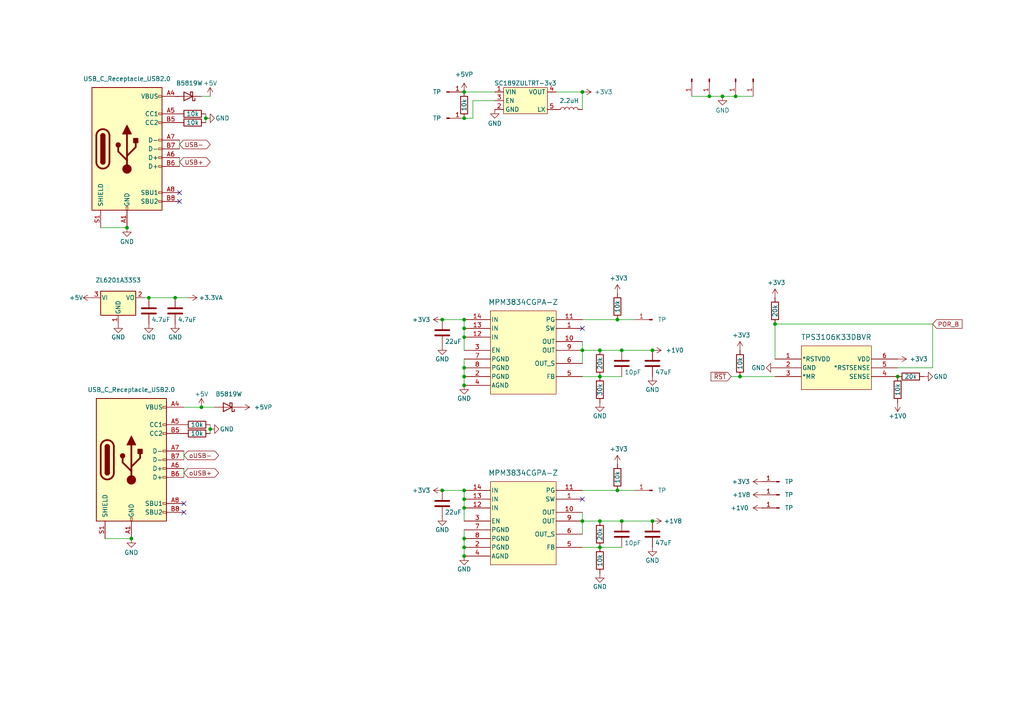
<source format=kicad_sch>
(kicad_sch (version 20231120) (generator "eeschema") (generator_version "8.0")
  (paper "A4")
  (lib_symbols
    (symbol "Connector:Conn_01x01_Pin" (pin_names (offset 1.016) hide)
      (property "Reference" "J" (at 0 2.54 0))
      (property "Value" "Conn_01x01_Pin" (at 0 -2.54 0))
      (symbol "Conn_01x01_Pin_1_1"
        (polyline (pts (xy 1.27 0) (xy 0.8636 0)) (stroke (width 0.1524)))
        (rectangle (start 0.8636 0.127) (end 0 -0.127) (stroke (width 0.1524)) (fill (type outline)))
        (pin passive line (at 5.08 0 180) (length 3.81) (name "Pin_1") (number "1"))
      )
    )
    (symbol "Connector:USB_C_Receptacle_USB2.0" (pin_names (offset 1.016))
      (property "Reference" "J" (at -10.16 19.05 0))
      (property "Value" "USB_C_Receptacle_USB2.0" (at 19.05 19.05 0))
      (symbol "USB_C_Receptacle_USB2.0_0_0"
        (rectangle (start -0.254 -17.78) (end 0.254 -16.764))
        (rectangle (start 10.16 -14.986) (end 9.144 -15.494))
        (rectangle (start 10.16 -12.446) (end 9.144 -12.954))
        (rectangle (start 10.16 -4.826) (end 9.144 -5.334))
        (rectangle (start 10.16 -2.286) (end 9.144 -2.794))
        (rectangle (start 10.16 0.254) (end 9.144 -0.254))
        (rectangle (start 10.16 2.794) (end 9.144 2.286))
        (rectangle (start 10.16 7.874) (end 9.144 7.366))
        (rectangle (start 10.16 10.414) (end 9.144 9.906))
        (rectangle (start 10.16 15.494) (end 9.144 14.986))
      )
      (symbol "USB_C_Receptacle_USB2.0_0_1"
        (rectangle (start -10.16 17.78) (end 10.16 -17.78) (stroke (width 0.254)) (fill (type background)))
        (arc (start -8.89 -3.81) (mid -6.985 -5.7067) (end -5.08 -3.81) (stroke (width 0.508)))
        (arc (start -7.62 -3.81) (mid -6.985 -4.4423) (end -6.35 -3.81) (stroke (width 0.254)))
        (arc (start -7.62 -3.81) (mid -6.985 -4.4423) (end -6.35 -3.81) (stroke (width 0.254)) (fill (type outline)))
        (rectangle (start -7.62 -3.81) (end -6.35 3.81) (stroke (width 0.254)) (fill (type outline)))
        (arc (start -6.35 3.81) (mid -6.985 4.4423) (end -7.62 3.81) (stroke (width 0.254)))
        (arc (start -6.35 3.81) (mid -6.985 4.4423) (end -7.62 3.81) (stroke (width 0.254)) (fill (type outline)))
        (arc (start -5.08 3.81) (mid -6.985 5.7067) (end -8.89 3.81) (stroke (width 0.508)))
        (circle (center -2.54 1.143) (radius 0.635) (stroke (width 0.254)) (fill (type outline)))
        (circle (center 0 -5.842) (radius 1.27) (fill (type outline)))
        (polyline (pts (xy -8.89 -3.81) (xy -8.89 3.81)) (stroke (width 0.508)))
        (polyline (pts (xy -5.08 3.81) (xy -5.08 -3.81)) (stroke (width 0.508)))
        (polyline (pts (xy 0 -5.842) (xy 0 4.318)) (stroke (width 0.508)))
        (polyline (pts (xy 0 -3.302) (xy -2.54 -0.762) (xy -2.54 0.508)) (stroke (width 0.508)))
        (polyline (pts (xy 0 -2.032) (xy 2.54 0.508) (xy 2.54 1.778)) (stroke (width 0.508)))
        (polyline (pts (xy -1.27 4.318) (xy 0 6.858) (xy 1.27 4.318) (xy -1.27 4.318)) (stroke (width 0.254)) (fill (type outline)))
        (rectangle (start 1.905 1.778) (end 3.175 3.048) (stroke (width 0.254)) (fill (type outline)))
      )
      (symbol "USB_C_Receptacle_USB2.0_1_1"
        (pin passive line (at 0 -22.86 90) (length 5.08) (name "GND") (number "A1"))
        (pin passive line (at 0 -22.86 90) (length 5.08) hide (name "GND") (number "A12"))
        (pin passive line (at 15.24 15.24 180) (length 5.08) (name "VBUS") (number "A4"))
        (pin bidirectional line (at 15.24 10.16 180) (length 5.08) (name "CC1") (number "A5"))
        (pin bidirectional line (at 15.24 -2.54 180) (length 5.08) (name "D+") (number "A6"))
        (pin bidirectional line (at 15.24 2.54 180) (length 5.08) (name "D-") (number "A7"))
        (pin bidirectional line (at 15.24 -12.7 180) (length 5.08) (name "SBU1") (number "A8"))
        (pin passive line (at 15.24 15.24 180) (length 5.08) hide (name "VBUS") (number "A9"))
        (pin passive line (at 0 -22.86 90) (length 5.08) hide (name "GND") (number "B1"))
        (pin passive line (at 0 -22.86 90) (length 5.08) hide (name "GND") (number "B12"))
        (pin passive line (at 15.24 15.24 180) (length 5.08) hide (name "VBUS") (number "B4"))
        (pin bidirectional line (at 15.24 7.62 180) (length 5.08) (name "CC2") (number "B5"))
        (pin bidirectional line (at 15.24 -5.08 180) (length 5.08) (name "D+") (number "B6"))
        (pin bidirectional line (at 15.24 0 180) (length 5.08) (name "D-") (number "B7"))
        (pin bidirectional line (at 15.24 -15.24 180) (length 5.08) (name "SBU2") (number "B8"))
        (pin passive line (at 15.24 15.24 180) (length 5.08) hide (name "VBUS") (number "B9"))
        (pin passive line (at -7.62 -22.86 90) (length 5.08) (name "SHIELD") (number "S1"))
      )
    )
    (symbol "Device:C" (pin_numbers hide) (pin_names (offset 0.254))
      (property "Reference" "C" (at 0.635 2.54 0))
      (property "Value" "C" (at 0.635 -2.54 0))
      (symbol "C_0_1"
        (polyline (pts (xy -2.032 -0.762) (xy 2.032 -0.762)) (stroke (width 0.508)))
        (polyline (pts (xy -2.032 0.762) (xy 2.032 0.762)) (stroke (width 0.508)))
      )
      (symbol "C_1_1"
        (pin passive line (at 0 3.81 270) (length 2.794) (name "~") (number "1"))
        (pin passive line (at 0 -3.81 90) (length 2.794) (name "~") (number "2"))
      )
    )
    (symbol "Device:D_Schottky" (pin_numbers hide) (pin_names (offset 1.016) hide)
      (property "Reference" "D" (at 0 2.54 0))
      (property "Value" "D_Schottky" (at 0 -2.54 0))
      (symbol "D_Schottky_0_1"
        (polyline (pts (xy 1.27 0) (xy -1.27 0)))
        (polyline (pts (xy 1.27 1.27) (xy 1.27 -1.27) (xy -1.27 0) (xy 1.27 1.27)) (stroke (width 0.254)))
        (polyline (pts (xy -1.905 0.635) (xy -1.905 1.27) (xy -1.27 1.27) (xy -1.27 -1.27) (xy -0.635 -1.27) (xy -0.635 -0.635)) (stroke (width 0.254)))
      )
      (symbol "D_Schottky_1_1"
        (pin passive line (at -3.81 0 0) (length 2.54) (name "K") (number "1"))
        (pin passive line (at 3.81 0 180) (length 2.54) (name "A") (number "2"))
      )
    )
    (symbol "Device:L" (pin_numbers hide) (pin_names (offset 1.016) hide)
      (property "Reference" "L" (at -1.27 0 90))
      (property "Value" "L" (at 1.905 0 90))
      (symbol "L_0_1"
        (arc (start 0 -2.54) (mid 0.6323 -1.905) (end 0 -1.27))
        (arc (start 0 -1.27) (mid 0.6323 -0.635) (end 0 0))
        (arc (start 0 0) (mid 0.6323 0.635) (end 0 1.27))
        (arc (start 0 1.27) (mid 0.6323 1.905) (end 0 2.54))
      )
      (symbol "L_1_1"
        (pin passive line (at 0 3.81 270) (length 1.27) (name "1") (number "1"))
        (pin passive line (at 0 -3.81 90) (length 1.27) (name "2") (number "2"))
      )
    )
    (symbol "Device:R" (pin_numbers hide) (pin_names (offset 0))
      (property "Reference" "R" (at 2.032 0 90))
      (property "Value" "R" (at 0 0 90))
      (symbol "R_0_1"
        (rectangle (start -1.016 -2.54) (end 1.016 2.54) (stroke (width 0.254)))
      )
      (symbol "R_1_1"
        (pin passive line (at 0 3.81 270) (length 1.27) (name "~") (number "1"))
        (pin passive line (at 0 -3.81 90) (length 1.27) (name "~") (number "2"))
      )
    )
    (symbol "ESP32-PRO_Rev_B1:GND" (power) (pin_names (offset 0))
      (property "Value" "GND" (at 0 -3.81 0))
      (symbol "GND_0_1"
        (polyline (pts (xy 0 0) (xy 0 -1.27) (xy 1.27 -1.27) (xy 0 -2.54) (xy -1.27 -1.27) (xy 0 -1.27)))
      )
      (symbol "GND_1_1"
        (pin power_in line (at 0 0 270) (length 0) hide (name "GND") (number "1"))
      )
    )
    (symbol "Personal:MPM3834CGPA-Z" (pin_names (offset 0.254))
      (property "Reference" "U" (at 24.384 11.43 0))
      (property "Value" "MPM3834CGPA-Z" (at 23.368 8.382 0))
      (symbol "MPM3834CGPA-Z_1_1"
        (rectangle (start 13.97 6.35) (end 33.02 -17.78) (fill (type background)))
        (pin unspecified line (at 40.64 1.27 180) (length 7.62) (name "SW") (number "1"))
        (pin power_in line (at 40.64 -2.54 180) (length 7.62) (name "OUT") (number "10"))
        (pin output line (at 40.64 3.81 180) (length 7.62) (name "PG") (number "11"))
        (pin power_in line (at 6.35 -1.27 0) (length 7.62) (name "IN") (number "12"))
        (pin power_in line (at 6.35 1.27 0) (length 7.62) (name "IN") (number "13"))
        (pin power_in line (at 6.35 3.81 0) (length 7.62) (name "IN") (number "14"))
        (pin power_in line (at 6.35 -12.7 0) (length 7.62) (name "PGND") (number "2"))
        (pin unspecified line (at 6.35 -5.08 0) (length 7.62) (name "EN") (number "3"))
        (pin power_in line (at 6.35 -15.24 0) (length 7.62) (name "AGND") (number "4"))
        (pin unspecified line (at 40.64 -12.7 180) (length 7.62) (name "FB") (number "5"))
        (pin output line (at 40.64 -8.89 180) (length 7.62) (name "OUT_S") (number "6"))
        (pin power_in line (at 6.35 -7.62 0) (length 7.62) (name "PGND") (number "7"))
        (pin power_in line (at 6.35 -10.16 0) (length 7.62) (name "PGND") (number "8"))
        (pin power_in line (at 40.64 -5.08 180) (length 7.62) (name "OUT") (number "9"))
      )
    )
    (symbol "Personal:SC189ZULTRT-3.3"
      (property "Value" "SC189ZULTRT-3v3" (at 5.08 0 0))
      (symbol "SC189ZULTRT-3.3_1_1"
        (rectangle (start -1.27 -1.27) (end 11.43 -8.89) (fill (type background)))
        (pin input line (at -3.81 -2.54 0) (length 2.54) (name "VIN") (number "1"))
        (pin input line (at -3.81 -7.62 0) (length 2.54) (name "GND") (number "2"))
        (pin input line (at -3.81 -5.08 0) (length 2.54) (name "EN") (number "3"))
        (pin input line (at 13.97 -2.54 180) (length 2.54) (name "VOUT") (number "4"))
        (pin input line (at 13.97 -7.62 180) (length 2.54) (name "LX") (number "5"))
      )
    )
    (symbol "Personal:TPS3106K33DBVR" (pin_names (offset 0.254))
      (property "Reference" "U" (at 18.542 10.16 0))
      (property "Value" "TPS3106K33DBVR" (at 18.034 6.858 0))
      (symbol "TPS3106K33DBVR_1_1"
        (rectangle (start 7.62 3.81) (end 27.94 -8.89) (fill (type background)))
        (pin output line (at 0 0 0) (length 7.62) (name "*RSTVDD") (number "1"))
        (pin power_in line (at 0 -2.54 0) (length 7.62) (name "GND") (number "2"))
        (pin input line (at 0 -5.08 0) (length 7.62) (name "*MR") (number "3"))
        (pin unspecified line (at 35.56 -5.08 180) (length 7.62) (name "SENSE") (number "4"))
        (pin output line (at 35.56 -2.54 180) (length 7.62) (name "*RSTSENSE") (number "5"))
        (pin power_in line (at 35.56 0 180) (length 7.62) (name "VDD") (number "6"))
      )
    )
    (symbol "Regulator_Linear:XC6206PxxxMR" (pin_names (offset 0.254))
      (property "Reference" "U" (at -3.81 3.175 0))
      (property "Value" "XC6206PxxxMR" (at 0 3.175 0))
      (symbol "XC6206PxxxMR_0_1"
        (rectangle (start -5.08 1.905) (end 5.08 -5.08) (stroke (width 0.254)) (fill (type background)))
      )
      (symbol "XC6206PxxxMR_1_1"
        (pin power_in line (at 0 -7.62 90) (length 2.54) (name "GND") (number "1"))
        (pin power_out line (at 7.62 0 180) (length 2.54) (name "VO") (number "2"))
        (pin power_in line (at -7.62 0 0) (length 2.54) (name "VI") (number "3"))
      )
    )
    (symbol "power:+1V0" (power) (pin_numbers hide) (pin_names (offset 0) hide)
      (property "Value" "+1V0" (at 0 3.556 0))
      (symbol "+1V0_0_1"
        (polyline (pts (xy -0.762 1.27) (xy 0 2.54)))
        (polyline (pts (xy 0 0) (xy 0 2.54)))
        (polyline (pts (xy 0 2.54) (xy 0.762 1.27)))
      )
      (symbol "+1V0_1_1"
        (pin power_in line (at 0 0 90) (length 0) (name "~") (number "1"))
      )
    )
    (symbol "power:+1V8" (power) (pin_numbers hide) (pin_names (offset 0) hide)
      (property "Value" "+1V8" (at 0 3.556 0))
      (symbol "+1V8_0_1"
        (polyline (pts (xy -0.762 1.27) (xy 0 2.54)))
        (polyline (pts (xy 0 0) (xy 0 2.54)))
        (polyline (pts (xy 0 2.54) (xy 0.762 1.27)))
      )
      (symbol "+1V8_1_1"
        (pin power_in line (at 0 0 90) (length 0) (name "~") (number "1"))
      )
    )
    (symbol "power:+3.3VA" (power) (pin_numbers hide) (pin_names (offset 0) hide)
      (property "Value" "+3.3VA" (at 0 3.556 0))
      (symbol "+3.3VA_0_1"
        (polyline (pts (xy -0.762 1.27) (xy 0 2.54)))
        (polyline (pts (xy 0 0) (xy 0 2.54)))
        (polyline (pts (xy 0 2.54) (xy 0.762 1.27)))
      )
      (symbol "+3.3VA_1_1"
        (pin power_in line (at 0 0 90) (length 0) (name "~") (number "1"))
      )
    )
    (symbol "power:+3V3" (power) (pin_names (offset 0))
      (property "Value" "+3V3" (at 0 3.556 0))
      (symbol "+3V3_0_1"
        (polyline (pts (xy -0.762 1.27) (xy 0 2.54)))
        (polyline (pts (xy 0 0) (xy 0 2.54)))
        (polyline (pts (xy 0 2.54) (xy 0.762 1.27)))
      )
      (symbol "+3V3_1_1"
        (pin power_in line (at 0 0 90) (length 0) hide (name "+3V3") (number "1"))
      )
    )
    (symbol "power:+5V" (power) (pin_names (offset 0))
      (property "Value" "+5V" (at 0 3.556 0))
      (symbol "+5V_0_1"
        (polyline (pts (xy -0.762 1.27) (xy 0 2.54)))
        (polyline (pts (xy 0 0) (xy 0 2.54)))
        (polyline (pts (xy 0 2.54) (xy 0.762 1.27)))
      )
      (symbol "+5V_1_1"
        (pin power_in line (at 0 0 90) (length 0) hide (name "+5V") (number "1"))
      )
    )
    (symbol "power:+5VP" (power) (pin_numbers hide) (pin_names (offset 0) hide)
      (property "Value" "+5VP" (at 0 3.556 0))
      (symbol "+5VP_0_1"
        (polyline (pts (xy -0.762 1.27) (xy 0 2.54)))
        (polyline (pts (xy 0 0) (xy 0 2.54)))
        (polyline (pts (xy 0 2.54) (xy 0.762 1.27)))
      )
      (symbol "+5VP_1_1"
        (pin power_in line (at 0 0 90) (length 0) (name "~") (number "1"))
      )
    )
    (symbol "power:GND" (power) (pin_names (offset 0))
      (property "Value" "GND" (at 0 -3.81 0))
      (symbol "GND_0_1"
        (polyline (pts (xy 0 0) (xy 0 -1.27) (xy 1.27 -1.27) (xy 0 -2.54) (xy -1.27 -1.27) (xy 0 -1.27)))
      )
      (symbol "GND_1_1"
        (pin power_in line (at 0 0 270) (length 0) hide (name "GND") (number "1"))
      )
    )
  )
  (junction (at 260.35 109.22))
  (junction (at 128.27 92.71))
  (junction (at 134.62 111.76))
  (junction (at 43.18 86.36))
  (junction (at 59.69 34.29))
  (junction (at 180.34 151.13))
  (junction (at 173.99 158.75))
  (junction (at 50.8 86.36))
  (junction (at 134.62 34.29))
  (junction (at 213.36 27.94))
  (junction (at 134.62 142.24))
  (junction (at 173.99 151.13))
  (junction (at 60.96 124.46))
  (junction (at 173.99 101.6))
  (junction (at 180.34 101.6))
  (junction (at 224.79 93.98))
  (junction (at 168.91 101.6))
  (junction (at 214.63 109.22))
  (junction (at 205.74 27.94))
  (junction (at 179.07 92.71))
  (junction (at 134.62 26.67))
  (junction (at 134.62 109.22))
  (junction (at 134.62 158.75))
  (junction (at 134.62 161.29))
  (junction (at 189.23 101.6))
  (junction (at 173.99 109.22))
  (junction (at 38.1 156.21))
  (junction (at 209.55 27.94))
  (junction (at 189.23 151.13))
  (junction (at 168.91 151.13))
  (junction (at 134.62 97.79))
  (junction (at 134.62 156.21))
  (junction (at 134.62 144.78))
  (junction (at 134.62 95.25))
  (junction (at 134.62 147.32))
  (junction (at 36.83 66.04))
  (junction (at 179.07 142.24))
  (junction (at 128.27 142.24))
  (junction (at 58.42 118.11))
  (junction (at 134.62 92.71))
  (junction (at 134.62 106.68))
  (junction (at 168.91 26.67))
  (no_connect (at 52.07 55.88))
  (no_connect (at 53.34 146.05))
  (no_connect (at 52.07 58.42))
  (no_connect (at 53.34 148.59))
  (no_connect (at 168.91 95.25))
  (no_connect (at 168.91 144.78))
  (wire (pts (xy 134.62 144.78) (xy 134.62 147.32)))
  (wire (pts (xy 200.66 27.94) (xy 205.74 27.94)))
  (wire (pts (xy 212.09 109.22) (xy 214.63 109.22)))
  (wire (pts (xy 30.48 156.21) (xy 38.1 156.21)))
  (wire (pts (xy 134.62 104.14) (xy 134.62 106.68)))
  (wire (pts (xy 270.51 106.68) (xy 270.51 93.98)))
  (wire (pts (xy 205.74 27.94) (xy 209.55 27.94)))
  (wire (pts (xy 134.62 153.67) (xy 134.62 156.21)))
  (wire (pts (xy 134.62 106.68) (xy 134.62 109.22)))
  (wire (pts (xy 168.91 26.67) (xy 168.91 31.75)))
  (wire (pts (xy 134.62 26.67) (xy 143.51 26.67)))
  (wire (pts (xy 270.51 93.98) (xy 224.79 93.98)))
  (wire (pts (xy 134.62 92.71) (xy 134.62 95.25)))
  (wire (pts (xy 134.62 95.25) (xy 134.62 97.79)))
  (wire (pts (xy 134.62 142.24) (xy 134.62 144.78)))
  (wire (pts (xy 137.16 29.21) (xy 143.51 29.21)))
  (wire (pts (xy 168.91 101.6) (xy 173.99 101.6)))
  (wire (pts (xy 58.42 118.11) (xy 53.34 118.11)))
  (wire (pts (xy 52.07 40.64) (xy 52.07 43.18)))
  (wire (pts (xy 173.99 109.22) (xy 180.34 109.22)))
  (wire (pts (xy 54.61 86.36) (xy 50.8 86.36)))
  (wire (pts (xy 179.07 142.24) (xy 168.91 142.24)))
  (wire (pts (xy 53.34 135.89) (xy 53.34 138.43)))
  (wire (pts (xy 179.07 92.71) (xy 168.91 92.71)))
  (wire (pts (xy 168.91 101.6) (xy 168.91 105.41)))
  (wire (pts (xy 213.36 27.94) (xy 218.44 27.94)))
  (wire (pts (xy 209.55 27.94) (xy 213.36 27.94)))
  (wire (pts (xy 224.79 93.98) (xy 224.79 104.14)))
  (wire (pts (xy 60.96 123.19) (xy 60.96 124.46)))
  (wire (pts (xy 52.07 27.94) (xy 50.8 27.94)))
  (wire (pts (xy 43.18 86.36) (xy 41.91 86.36)))
  (wire (pts (xy 168.91 158.75) (xy 173.99 158.75)))
  (wire (pts (xy 134.62 158.75) (xy 134.62 161.29)))
  (wire (pts (xy 134.62 97.79) (xy 134.62 101.6)))
  (wire (pts (xy 60.96 124.46) (xy 60.96 125.73)))
  (wire (pts (xy 214.63 109.22) (xy 224.79 109.22)))
  (wire (pts (xy 180.34 101.6) (xy 189.23 101.6)))
  (wire (pts (xy 168.91 148.59) (xy 168.91 151.13)))
  (wire (pts (xy 62.23 118.11) (xy 58.42 118.11)))
  (wire (pts (xy 260.35 106.68) (xy 270.51 106.68)))
  (wire (pts (xy 60.96 27.94) (xy 58.42 27.94)))
  (wire (pts (xy 29.21 66.04) (xy 36.83 66.04)))
  (wire (pts (xy 134.62 109.22) (xy 134.62 111.76)))
  (wire (pts (xy 52.07 45.72) (xy 52.07 48.26)))
  (wire (pts (xy 53.34 130.81) (xy 53.34 133.35)))
  (wire (pts (xy 168.91 26.67) (xy 161.29 26.67)))
  (wire (pts (xy 168.91 109.22) (xy 173.99 109.22)))
  (wire (pts (xy 168.91 99.06) (xy 168.91 101.6)))
  (wire (pts (xy 173.99 158.75) (xy 180.34 158.75)))
  (wire (pts (xy 173.99 151.13) (xy 180.34 151.13)))
  (wire (pts (xy 184.15 92.71) (xy 179.07 92.71)))
  (wire (pts (xy 173.99 101.6) (xy 180.34 101.6)))
  (wire (pts (xy 134.62 34.29) (xy 137.16 34.29)))
  (wire (pts (xy 168.91 151.13) (xy 173.99 151.13)))
  (wire (pts (xy 128.27 142.24) (xy 134.62 142.24)))
  (wire (pts (xy 128.27 92.71) (xy 134.62 92.71)))
  (wire (pts (xy 168.91 151.13) (xy 168.91 154.94)))
  (wire (pts (xy 137.16 34.29) (xy 137.16 29.21)))
  (wire (pts (xy 184.15 142.24) (xy 179.07 142.24)))
  (wire (pts (xy 180.34 151.13) (xy 189.23 151.13)))
  (wire (pts (xy 134.62 156.21) (xy 134.62 158.75)))
  (wire (pts (xy 134.62 147.32) (xy 134.62 151.13)))
  (wire (pts (xy 59.69 33.02) (xy 59.69 34.29)))
  (wire (pts (xy 50.8 86.36) (xy 43.18 86.36)))
  (wire (pts (xy 59.69 34.29) (xy 59.69 35.56)))
  (global_label "USB+" (shape bidirectional) (at 52.07 46.99 0) (property "Intersheetrefs" "${INTERSHEET_REFS}" (effects (hide yes))))
  (global_label "USB-" (shape bidirectional) (at 52.07 41.91 0) (property "Intersheetrefs" "${INTERSHEET_REFS}" (effects (hide yes))))
  (global_label "~{RST}" (shape input) (at 212.09 109.22 180) (property "Intersheetrefs" "${INTERSHEET_REFS}" (effects (hide yes))))
  (global_label "POR_B" (shape input) (at 270.51 93.98 0) (property "Intersheetrefs" "${INTERSHEET_REFS}" (effects (hide yes))))
  (global_label "oUSB-" (shape bidirectional) (at 53.34 132.08 0) (property "Intersheetrefs" "${INTERSHEET_REFS}" (effects (hide yes))))
  (global_label "oUSB+" (shape bidirectional) (at 53.34 137.16 0) (property "Intersheetrefs" "${INTERSHEET_REFS}" (effects (hide yes))))
  (symbol (lib_id "power:GND") (at 38.1 156.21 0) (mirror y) (unit 1)
    (property "Reference" "#PWR0108" (effects (hide yes)))
    (property "Value" "GND" (at 38.1 160.274 0))
  )
  (symbol (lib_id "Device:R") (at 224.79 90.17 180) (unit 1)
    (property "Reference" "R10" (effects (hide yes)))
    (property "Value" "20k" (at 224.79 90.17 90))
    (property "Footprint" "Capacitor_SMD:C_0201_0603Metric" (effects (hide yes)))
    (property "Description" "Resistor" (effects (hide yes)))
  )
  (symbol (lib_id "power:GND") (at 36.83 66.04 0) (mirror y) (unit 1)
    (property "Reference" "#PWR075" (effects (hide yes)))
    (property "Value" "GND" (at 36.83 70.104 0))
  )
  (symbol (lib_id "Device:D_Schottky") (at 66.04 118.11 180) (unit 1)
    (property "Reference" "SS2FH10HM3/H1" (effects (hide yes)))
    (property "Value" "B5819W" (at 66.3575 114.3 0))
    (property "Footprint" "Diode_SMD:D_SMF" (effects (hide yes)))
    (property "LCSC" "https://www.digikey.com/en/products/detail/vishay-general-semiconductor---diodes-division/SS2FH10HM3%2FH/6012995" (effects (hide yes)))
    (property "P/N" "PMEG6010CEGWJ" (effects (hide yes)))
  )
  (symbol (lib_id "power:GND") (at 143.51 31.75 0) (mirror y) (unit 1)
    (property "Reference" "#PWR0113" (effects (hide yes)))
    (property "Value" "GND" (at 143.51 35.814 0))
  )
  (symbol (lib_id "Device:R") (at 179.07 88.9 180) (unit 1)
    (property "Reference" "R4" (effects (hide yes)))
    (property "Value" "10k" (at 179.07 88.9 90))
    (property "Footprint" "Capacitor_SMD:C_0402_1005Metric" (effects (hide yes)))
    (property "Description" "Resistor" (effects (hide yes)))
  )
  (symbol (lib_id "Device:R") (at 260.35 113.03 0) (unit 1)
    (property "Reference" "R9" (effects (hide yes)))
    (property "Value" "10k" (at 260.35 113.03 90))
    (property "Footprint" "Capacitor_SMD:C_0402_1005Metric" (effects (hide yes)))
    (property "Description" "Resistor" (effects (hide yes)))
  )
  (symbol (lib_id "Personal:MPM3834CGPA-Z") (at 128.27 96.52 0) (unit 1)
    (property "Reference" "U1" (effects (hide yes)))
    (property "Value" "MPM3834CGPA-Z" (at 151.765 87.63 0) (effects (font (size 1.524 1.524))))
    (property "Footprint" "Sync_VT extras:ECLGA-14_MPM3834C_MNP" (effects (hide yes)))
    (property "Datasheet" "MPM3834CGPA-Z" (effects (hide yes)))
  )
  (symbol (lib_id "Connector:Conn_01x01_Pin") (at 218.44 22.86 90) (mirror x) (unit 1)
    (property "Reference" "MT2" (effects (hide yes)))
    (property "Value" "Mounting" (effects (hide yes)))
    (property "Footprint" "MountingHole:MountingHole_3.2mm_M3_ISO7380_Pad" (effects (hide yes)))
    (property "Description" "Generic connector, single row, 01x01, script generated" (effects (hide yes)))
  )
  (symbol (lib_id "power:+3V3") (at 179.07 85.09 0) (unit 1)
    (property "Reference" "#PWR03" (effects (hide yes)))
    (property "Value" "+3V3" (at 179.451 80.6958 0))
  )
  (symbol (lib_id "Regulator_Linear:XC6206PxxxMR") (at 34.29 86.36 0) (unit 1)
    (property "Reference" "U9" (effects (hide yes)))
    (property "Value" "ZL6201A33S3" (at 34.29 81.28 0))
    (property "Footprint" "Package_TO_SOT_SMD:SOT-23" (effects (hide yes)))
    (property "Datasheet" "https://www.torexsemi.com/file/xc6206/XC6206.pdf" (effects (hide yes)))
  )
  (symbol (lib_id "Device:C") (at 128.27 96.52 0) (unit 1)
    (property "Reference" "C10" (effects (hide yes)))
    (property "Value" "22uF" (at 129.032 99.06 0) (effects (justify left)))
    (property "Footprint" "Capacitor_SMD:C_0402_1005Metric" (effects (hide yes)))
    (property "Description" "Unpolarized capacitor" (effects (hide yes)))
  )
  (symbol (lib_id "ESP32-PRO_Rev_B1:GND") (at 134.62 111.76 0) (unit 1)
    (property "Reference" "#PWR08" (effects (hide yes)))
    (property "Value" "GND" (at 134.62 115.57 0))
  )
  (symbol (lib_id "Device:C") (at 128.27 146.05 0) (unit 1)
    (property "Reference" "C8" (effects (hide yes)))
    (property "Value" "22uF" (at 129.032 148.59 0) (effects (justify left)))
    (property "Footprint" "Capacitor_SMD:C_0402_1005Metric" (effects (hide yes)))
    (property "Description" "Unpolarized capacitor" (effects (hide yes)))
  )
  (symbol (lib_id "Device:R") (at 179.07 138.43 180) (unit 1)
    (property "Reference" "R6" (effects (hide yes)))
    (property "Value" "10k" (at 179.07 138.43 90))
    (property "Footprint" "Capacitor_SMD:C_0402_1005Metric" (effects (hide yes)))
    (property "Description" "Resistor" (effects (hide yes)))
  )
  (symbol (lib_id "ESP32-PRO_Rev_B1:GND") (at 224.79 106.68 270) (mirror x) (unit 1)
    (property "Reference" "#PWR028" (effects (hide yes)))
    (property "Value" "GND" (at 219.964 106.68 90))
  )
  (symbol (lib_id "ESP32-PRO_Rev_B1:GND") (at 128.27 100.33 0) (unit 1)
    (property "Reference" "#PWR09" (effects (hide yes)))
    (property "Value" "GND" (at 128.27 104.14 0))
  )
  (symbol (lib_id "power:+3V3") (at 179.07 134.62 0) (unit 1)
    (property "Reference" "#PWR019" (effects (hide yes)))
    (property "Value" "+3V3" (at 179.451 130.2258 0))
  )
  (symbol (lib_id "power:GND") (at 209.55 27.94 0) (mirror y) (unit 1)
    (property "Reference" "#PWR0116" (effects (hide yes)))
    (property "Value" "GND" (at 209.55 32.004 0))
  )
  (symbol (lib_id "power:GND") (at 59.69 34.29 90) (mirror x) (unit 1)
    (property "Reference" "#PWR077" (effects (hide yes)))
    (property "Value" "GND" (at 64.516 34.29 90))
  )
  (symbol (lib_id "Device:R") (at 173.99 105.41 180) (unit 1)
    (property "Reference" "R1" (effects (hide yes)))
    (property "Value" "20k" (at 173.99 105.41 90))
    (property "Footprint" "Capacitor_SMD:C_0201_0603Metric" (effects (hide yes)))
    (property "Description" "Resistor" (effects (hide yes)))
  )
  (symbol (lib_id "Device:D_Schottky") (at 54.61 27.94 180) (unit 1)
    (property "Reference" "SS2FH10HM3/H2" (effects (hide yes)))
    (property "Value" "B5819W" (at 54.9275 24.13 0))
    (property "Footprint" "Diode_SMD:D_SMF" (effects (hide yes)))
    (property "LCSC" "https://www.digikey.com/en/products/detail/vishay-general-semiconductor---diodes-division/SS2FH10HM3%2FH/6012995" (effects (hide yes)))
    (property "P/N" "PMEG6010CEGWJ" (effects (hide yes)))
  )
  (symbol (lib_id "power:+5VP") (at 69.85 118.11 270) (unit 1)
    (property "Reference" "#PWR0111" (effects (hide yes)))
    (property "Value" "+5VP" (at 73.66 118.1099 90) (effects (justify left)))
    (property "Description" "Power symbol creates a global label with name \"+5VP\"" (effects (hide yes)))
  )
  (symbol (lib_id "power:+1V8") (at 220.98 143.51 90) (mirror x) (unit 1)
    (property "Reference" "#PWR031" (effects (hide yes)))
    (property "Value" "+1V8" (at 217.678 143.51 90) (effects (justify left)))
    (property "Description" "Power symbol creates a global label with name \"+1V8\"" (effects (hide yes)))
  )
  (symbol (lib_id "ESP32-PRO_Rev_B1:GND") (at 50.8 93.98 0) (unit 1)
    (property "Reference" "#PWR0107" (effects (hide yes)))
    (property "Value" "GND" (at 50.8 97.79 0))
  )
  (symbol (lib_id "Device:C") (at 180.34 105.41 0) (unit 1)
    (property "Reference" "C5" (effects (hide yes)))
    (property "Value" "10pF" (at 181.102 107.95 0) (effects (justify left)))
    (property "Footprint" "Capacitor_SMD:C_0201_0603Metric" (effects (hide yes)))
    (property "Description" "Unpolarized capacitor" (effects (hide yes)))
  )
  (symbol (lib_id "ESP32-PRO_Rev_B1:GND") (at 128.27 149.86 0) (unit 1)
    (property "Reference" "#PWR015" (effects (hide yes)))
    (property "Value" "GND" (at 128.27 153.67 0))
  )
  (symbol (lib_id "ESP32-PRO_Rev_B1:GND") (at 189.23 158.75 0) (unit 1)
    (property "Reference" "#PWR023" (effects (hide yes)))
    (property "Value" "GND" (at 189.23 162.56 0))
  )
  (symbol (lib_id "power:+3V3") (at 260.35 104.14 270) (unit 1)
    (property "Reference" "#PWR027" (effects (hide yes)))
    (property "Value" "+3V3" (at 266.446 104.14 90))
  )
  (symbol (lib_id "ESP32-PRO_Rev_B1:GND") (at 173.99 166.37 0) (unit 1)
    (property "Reference" "#PWR018" (effects (hide yes)))
    (property "Value" "GND" (at 173.99 170.18 0))
  )
  (symbol (lib_id "power:+3.3VA") (at 54.61 86.36 270) (unit 1)
    (property "Reference" "#PWR0103" (effects (hide yes)))
    (property "Value" "+3.3VA" (at 57.658 86.36 90) (effects (justify left)))
    (property "Description" "Power symbol creates a global label with name \"+3.3VA\"" (effects (hide yes)))
  )
  (symbol (lib_id "Connector:USB_C_Receptacle_USB2.0") (at 36.83 43.18 0) (unit 1)
    (property "Reference" "J2" (effects (hide yes)))
    (property "Value" "USB_C_Receptacle_USB2.0" (at 36.83 22.86 0))
    (property "Footprint" "Connector_USB:USB_C_Receptacle_Palconn_UTC16-G" (effects (hide yes)))
    (property "Datasheet" "https://www.usb.org/sites/default/files/documents/usb_type-c.zip" (effects (hide yes)))
    (property "LCSC" "C165948" (effects (hide yes)))
    (property "P/N" "TYPE-C-31-M-12" (effects (hide yes)))
  )
  (symbol (lib_id "power:+3V3") (at 128.27 92.71 90) (unit 1)
    (property "Reference" "#PWR010" (effects (hide yes)))
    (property "Value" "+3V3" (at 122.174 92.71 90))
  )
  (symbol (lib_id "power:+3V3") (at 214.63 101.6 0) (unit 1)
    (property "Reference" "#PWR024" (effects (hide yes)))
    (property "Value" "+3V3" (at 215.011 97.2058 0))
  )
  (symbol (lib_id "power:+1V0") (at 260.35 116.84 180) (unit 1)
    (property "Reference" "#PWR026" (effects (hide yes)))
    (property "Value" "+1V0" (at 260.35 120.65 0))
    (property "Description" "Power symbol creates a global label with name \"+1V0\"" (effects (hide yes)))
  )
  (symbol (lib_id "power:+5V") (at 58.42 118.11 0) (unit 1)
    (property "Reference" "#PWR0110" (effects (hide yes)))
    (property "Value" "+5V" (at 56.388 114.3 0) (effects (justify left)))
  )
  (symbol (lib_id "ESP32-PRO_Rev_B1:GND") (at 189.23 109.22 0) (unit 1)
    (property "Reference" "#PWR06" (effects (hide yes)))
    (property "Value" "GND" (at 189.23 113.03 0))
  )
  (symbol (lib_id "power:+3V3") (at 128.27 142.24 90) (unit 1)
    (property "Reference" "#PWR013" (effects (hide yes)))
    (property "Value" "+3V3" (at 122.174 142.24 90))
  )
  (symbol (lib_id "ESP32-PRO_Rev_B1:GND") (at 34.29 93.98 0) (unit 1)
    (property "Reference" "#PWR0101" (effects (hide yes)))
    (property "Value" "GND" (at 34.29 97.79 0))
  )
  (symbol (lib_id "Device:R") (at 173.99 154.94 180) (unit 1)
    (property "Reference" "R3" (effects (hide yes)))
    (property "Value" "20k" (at 173.99 154.94 90))
    (property "Footprint" "Capacitor_SMD:C_0201_0603Metric" (effects (hide yes)))
    (property "Description" "Resistor" (effects (hide yes)))
  )
  (symbol (lib_id "Connector:Conn_01x01_Pin") (at 226.06 147.32 0) (mirror y) (unit 1)
    (property "Reference" "TP5" (effects (hide yes)))
    (property "Value" "TP" (at 228.854 147.32 0))
    (property "Footprint" "TestPoint:TestPoint_Pad_1.0x1.0mm" (effects (hide yes)))
    (property "Description" "Generic connector, single row, 01x01, script generated" (effects (hide yes)))
  )
  (symbol (lib_id "Device:C") (at 50.8 90.17 0) (unit 1)
    (property "Reference" "C28" (effects (hide yes)))
    (property "Value" "4.7uF" (at 51.562 92.71 0) (effects (justify left)))
    (property "Footprint" "Capacitor_SMD:C_0201_0603Metric" (effects (hide yes)))
    (property "Description" "Unpolarized capacitor" (effects (hide yes)))
  )
  (symbol (lib_id "power:+3V3") (at 168.91 26.67 270) (unit 1)
    (property "Reference" "#PWR0114" (effects (hide yes)))
    (property "Value" "+3V3" (at 175.006 26.67 90))
  )
  (symbol (lib_id "Connector:USB_C_Receptacle_USB2.0") (at 38.1 133.35 0) (unit 1)
    (property "Reference" "J3" (effects (hide yes)))
    (property "Value" "USB_C_Receptacle_USB2.0" (at 38.1 113.03 0))
    (property "Footprint" "Connector_USB:USB_C_Receptacle_Palconn_UTC16-G" (effects (hide yes)))
    (property "Datasheet" "https://www.usb.org/sites/default/files/documents/usb_type-c.zip" (effects (hide yes)))
    (property "LCSC" "C165948" (effects (hide yes)))
    (property "P/N" "TYPE-C-31-M-12" (effects (hide yes)))
  )
  (symbol (lib_id "Connector:Conn_01x01_Pin") (at 226.06 139.7 0) (mirror y) (unit 1)
    (property "Reference" "TP3" (effects (hide yes)))
    (property "Value" "TP" (at 228.854 139.7 0))
    (property "Footprint" "TestPoint:TestPoint_Pad_1.0x1.0mm" (effects (hide yes)))
    (property "Description" "Generic connector, single row, 01x01, script generated" (effects (hide yes)))
  )
  (symbol (lib_id "power:+3V3") (at 224.79 86.36 0) (unit 1)
    (property "Reference" "#PWR029" (effects (hide yes)))
    (property "Value" "+3V3" (at 225.171 81.9658 0))
  )
  (symbol (lib_id "power:+3V3") (at 220.98 139.7 90) (unit 1)
    (property "Reference" "#PWR030" (effects (hide yes)))
    (property "Value" "+3V3" (at 214.884 139.7 90))
  )
  (symbol (lib_id "Device:R") (at 173.99 162.56 180) (unit 1)
    (property "Reference" "R5" (effects (hide yes)))
    (property "Value" "10k" (at 173.99 162.56 90))
    (property "Footprint" "Capacitor_SMD:C_0402_1005Metric" (effects (hide yes)))
    (property "Description" "Resistor" (effects (hide yes)))
  )
  (symbol (lib_id "Connector:Conn_01x01_Pin") (at 189.23 92.71 0) (mirror y) (unit 1)
    (property "Reference" "TP2" (effects (hide yes)))
    (property "Value" "TP" (at 192.024 92.71 0))
    (property "Footprint" "TestPoint:TestPoint_Pad_1.0x1.0mm" (effects (hide yes)))
    (property "Description" "Generic connector, single row, 01x01, script generated" (effects (hide yes)))
  )
  (symbol (lib_id "ESP32-PRO_Rev_B1:GND") (at 43.18 93.98 0) (unit 1)
    (property "Reference" "#PWR0106" (effects (hide yes)))
    (property "Value" "GND" (at 43.18 97.79 0))
  )
  (symbol (lib_id "power:+1V8") (at 189.23 151.13 270) (unit 1)
    (property "Reference" "#PWR022" (effects (hide yes)))
    (property "Value" "+1V8" (at 192.532 151.13 90) (effects (justify left)))
    (property "Description" "Power symbol creates a global label with name \"+1V8\"" (effects (hide yes)))
  )
  (symbol (lib_id "power:GND") (at 60.96 124.46 90) (mirror x) (unit 1)
    (property "Reference" "#PWR0109" (effects (hide yes)))
    (property "Value" "GND" (at 65.786 124.46 90))
  )
  (symbol (lib_id "Device:R") (at 173.99 113.03 180) (unit 1)
    (property "Reference" "R2" (effects (hide yes)))
    (property "Value" "30k" (at 173.99 113.03 90))
    (property "Footprint" "Capacitor_SMD:C_0402_1005Metric" (effects (hide yes)))
    (property "Description" "Resistor" (effects (hide yes)))
  )
  (symbol (lib_id "Connector:Conn_01x01_Pin") (at 129.54 26.67 0) (mirror x) (unit 1)
    (property "Reference" "TP7" (effects (hide yes)))
    (property "Value" "TP" (at 126.746 26.67 0))
    (property "Footprint" "TestPoint:TestPoint_Pad_1.0x1.0mm" (effects (hide yes)))
    (property "Description" "Generic connector, single row, 01x01, script generated" (effects (hide yes)))
  )
  (symbol (lib_id "Device:C") (at 180.34 154.94 0) (unit 1)
    (property "Reference" "C11" (effects (hide yes)))
    (property "Value" "10pF" (at 181.102 157.48 0) (effects (justify left)))
    (property "Footprint" "Capacitor_SMD:C_0201_0603Metric" (effects (hide yes)))
    (property "Description" "Unpolarized capacitor" (effects (hide yes)))
  )
  (symbol (lib_id "Connector:Conn_01x01_Pin") (at 200.66 22.86 90) (mirror x) (unit 1)
    (property "Reference" "MT1" (effects (hide yes)))
    (property "Value" "Mounting" (effects (hide yes)))
    (property "Footprint" "MountingHole:MountingHole_3.2mm_M3_ISO7380_Pad" (effects (hide yes)))
    (property "Description" "Generic connector, single row, 01x01, script generated" (effects (hide yes)))
  )
  (symbol (lib_id "Device:L") (at 165.1 31.75 90) (unit 1)
    (property "Reference" "L2" (effects (hide yes)))
    (property "Value" "2.2uH" (at 165.1 29.21 90))
    (property "Footprint" "Capacitor_SMD:C_1812_4532Metric" (effects (hide yes)))
    (property "Description" "LQH43PN2R2M26L" (effects (hide yes)))
  )
  (symbol (lib_id "Device:C") (at 189.23 154.94 0) (unit 1)
    (property "Reference" "C12" (effects (hide yes)))
    (property "Value" "47uF" (at 189.992 157.48 0) (effects (justify left)))
    (property "Footprint" "Capacitor_SMD:C_0805_2012Metric" (effects (hide yes)))
    (property "Description" "Unpolarized capacitor" (effects (hide yes)))
  )
  (symbol (lib_id "Device:R") (at 55.88 35.56 270) (unit 1)
    (property "Reference" "R36" (effects (hide yes)))
    (property "Value" "10k" (at 55.88 35.56 90))
    (property "Footprint" "Capacitor_SMD:C_0402_1005Metric" (effects (hide yes)))
    (property "Description" "Resistor" (effects (hide yes)))
  )
  (symbol (lib_id "Connector:Conn_01x01_Pin") (at 189.23 142.24 0) (mirror y) (unit 1)
    (property "Reference" "TP1" (effects (hide yes)))
    (property "Value" "TP" (at 192.024 142.24 0))
    (property "Footprint" "TestPoint:TestPoint_Pad_1.0x1.0mm" (effects (hide yes)))
    (property "Description" "Generic connector, single row, 01x01, script generated" (effects (hide yes)))
  )
  (symbol (lib_id "Connector:Conn_01x01_Pin") (at 226.06 143.51 0) (mirror y) (unit 1)
    (property "Reference" "TP4" (effects (hide yes)))
    (property "Value" "TP" (at 228.854 143.51 0))
    (property "Footprint" "TestPoint:TestPoint_Pad_1.0x1.0mm" (effects (hide yes)))
    (property "Description" "Generic connector, single row, 01x01, script generated" (effects (hide yes)))
  )
  (symbol (lib_id "power:+5VP") (at 134.62 26.67 0) (unit 1)
    (property "Reference" "#PWR0112" (effects (hide yes)))
    (property "Value" "+5VP" (at 134.62 21.59 0))
    (property "Description" "Power symbol creates a global label with name \"+5VP\"" (effects (hide yes)))
  )
  (symbol (lib_id "Device:R") (at 134.62 30.48 0) (unit 1)
    (property "Reference" "R39" (effects (hide yes)))
    (property "Value" "10k" (at 134.62 30.48 90))
    (property "Footprint" "Capacitor_SMD:C_0402_1005Metric" (effects (hide yes)))
    (property "Description" "Resistor" (effects (hide yes)))
  )
  (symbol (lib_id "Device:C") (at 189.23 105.41 0) (unit 1)
    (property "Reference" "C9" (effects (hide yes)))
    (property "Value" "47uF" (at 189.992 107.95 0) (effects (justify left)))
    (property "Footprint" "Capacitor_SMD:C_0805_2012Metric" (effects (hide yes)))
    (property "Description" "Unpolarized capacitor" (effects (hide yes)))
  )
  (symbol (lib_id "power:+5V") (at 60.96 27.94 0) (unit 1)
    (property "Reference" "#PWR0102" (effects (hide yes)))
    (property "Value" "+5V" (at 58.928 24.13 0) (effects (justify left)))
  )
  (symbol (lib_id "Connector:Conn_01x01_Pin") (at 213.36 22.86 90) (mirror x) (unit 1)
    (property "Reference" "MT4" (effects (hide yes)))
    (property "Value" "Mounting" (effects (hide yes)))
    (property "Footprint" "MountingHole:MountingHole_3.2mm_M3_ISO7380_Pad" (effects (hide yes)))
    (property "Description" "Generic connector, single row, 01x01, script generated" (effects (hide yes)))
  )
  (symbol (lib_id "Personal:MPM3834CGPA-Z") (at 128.27 146.05 0) (unit 1)
    (property "Reference" "U2" (effects (hide yes)))
    (property "Value" "MPM3834CGPA-Z" (at 151.765 137.16 0) (effects (font (size 1.524 1.524))))
    (property "Footprint" "Sync_VT extras:ECLGA-14_MPM3834C_MNP" (effects (hide yes)))
    (property "Datasheet" "MPM3834CGPA-Z" (effects (hide yes)))
  )
  (symbol (lib_id "Personal:SC189ZULTRT-3.3") (at 147.32 24.13 0) (unit 1)
    (property "Reference" "U10" (effects (hide yes)))
    (property "Value" "SC189ZULTRT-3v3" (at 152.4 24.13 0))
    (property "Footprint" "Package_TO_SOT_SMD:SOT-23-5" (effects (hide yes)))
    (property "Datasheet" "https://www.digikey.com/en/products/detail/semtech-corporation/SC189ZULTRT/2182334" (effects (hide yes)))
  )
  (symbol (lib_id "Device:R") (at 57.15 123.19 270) (unit 1)
    (property "Reference" "R37" (effects (hide yes)))
    (property "Value" "10k" (at 57.15 123.19 90))
    (property "Footprint" "Capacitor_SMD:C_0402_1005Metric" (effects (hide yes)))
    (property "Description" "Resistor" (effects (hide yes)))
  )
  (symbol (lib_id "ESP32-PRO_Rev_B1:GND") (at 134.62 161.29 0) (unit 1)
    (property "Reference" "#PWR017" (effects (hide yes)))
    (property "Value" "GND" (at 134.62 165.1 0))
  )
  (symbol (lib_id "power:+5V") (at 26.67 86.36 90) (unit 1)
    (property "Reference" "#PWR076" (effects (hide yes)))
    (property "Value" "+5V" (at 24.13 86.36 90) (effects (justify left)))
  )
  (symbol (lib_id "Connector:Conn_01x01_Pin") (at 205.74 22.86 90) (mirror x) (unit 1)
    (property "Reference" "MT3" (effects (hide yes)))
    (property "Value" "Mounting" (effects (hide yes)))
    (property "Footprint" "MountingHole:MountingHole_3.2mm_M3_ISO7380_Pad" (effects (hide yes)))
    (property "Description" "Generic connector, single row, 01x01, script generated" (effects (hide yes)))
  )
  (symbol (lib_id "ESP32-PRO_Rev_B1:GND") (at 267.97 109.22 90) (unit 1)
    (property "Reference" "#PWR025" (effects (hide yes)))
    (property "Value" "GND" (at 272.796 109.22 90))
  )
  (symbol (lib_id "Device:R") (at 214.63 105.41 180) (unit 1)
    (property "Reference" "R7" (effects (hide yes)))
    (property "Value" "10k" (at 214.63 105.41 90))
    (property "Footprint" "Capacitor_SMD:C_0402_1005Metric" (effects (hide yes)))
    (property "Description" "Resistor" (effects (hide yes)))
  )
  (symbol (lib_id "Device:R") (at 55.88 33.02 270) (unit 1)
    (property "Reference" "R35" (effects (hide yes)))
    (property "Value" "10k" (at 55.88 33.02 90))
    (property "Footprint" "Capacitor_SMD:C_0402_1005Metric" (effects (hide yes)))
    (property "Description" "Resistor" (effects (hide yes)))
  )
  (symbol (lib_id "Device:C") (at 43.18 90.17 0) (unit 1)
    (property "Reference" "C7" (effects (hide yes)))
    (property "Value" "4.7uF" (at 43.942 92.71 0) (effects (justify left)))
    (property "Footprint" "Capacitor_SMD:C_0201_0603Metric" (effects (hide yes)))
    (property "Description" "Unpolarized capacitor" (effects (hide yes)))
  )
  (symbol (lib_id "ESP32-PRO_Rev_B1:GND") (at 173.99 116.84 0) (unit 1)
    (property "Reference" "#PWR016" (effects (hide yes)))
    (property "Value" "GND" (at 173.99 120.65 0))
  )
  (symbol (lib_id "Connector:Conn_01x01_Pin") (at 129.54 34.29 0) (mirror x) (unit 1)
    (property "Reference" "TP6" (effects (hide yes)))
    (property "Value" "TP" (at 126.746 34.29 0))
    (property "Footprint" "TestPoint:TestPoint_Pad_1.0x1.0mm" (effects (hide yes)))
    (property "Description" "Generic connector, single row, 01x01, script generated" (effects (hide yes)))
  )
  (symbol (lib_id "Device:R") (at 264.16 109.22 90) (unit 1)
    (property "Reference" "R8" (effects (hide yes)))
    (property "Value" "20k" (at 264.16 109.22 90))
    (property "Footprint" "Capacitor_SMD:C_0201_0603Metric" (effects (hide yes)))
    (property "Description" "Resistor" (effects (hide yes)))
  )
  (symbol (lib_id "Device:R") (at 57.15 125.73 270) (unit 1)
    (property "Reference" "R38" (effects (hide yes)))
    (property "Value" "10k" (at 57.15 125.73 90))
    (property "Footprint" "Capacitor_SMD:C_0402_1005Metric" (effects (hide yes)))
    (property "Description" "Resistor" (effects (hide yes)))
  )
  (symbol (lib_id "power:+1V0") (at 220.98 147.32 90) (mirror x) (unit 1)
    (property "Reference" "#PWR032" (effects (hide yes)))
    (property "Value" "+1V0" (at 217.17 147.3199 90) (effects (justify left)))
    (property "Description" "Power symbol creates a global label with name \"+1V0\"" (effects (hide yes)))
  )
  (symbol (lib_id "Personal:TPS3106K33DBVR") (at 224.79 104.14 0) (unit 1)
    (property "Reference" "U4" (effects (hide yes)))
    (property "Value" "TPS3106K33DBVR" (at 242.57 97.79 0) (effects (font (size 1.524 1.524))))
    (property "Footprint" "Sync_VT extras:DBV6-L" (effects (hide yes)))
    (property "Datasheet" "TPS3106K33DBVR" (effects (hide yes)))
  )
  (symbol (lib_id "power:+1V0") (at 189.23 101.6 270) (unit 1)
    (property "Reference" "#PWR011" (effects (hide yes)))
    (property "Value" "+1V0" (at 193.04 101.5999 90) (effects (justify left)))
    (property "Description" "Power symbol creates a global label with name \"+1V0\"" (effects (hide yes)))
  )
)
</source>
